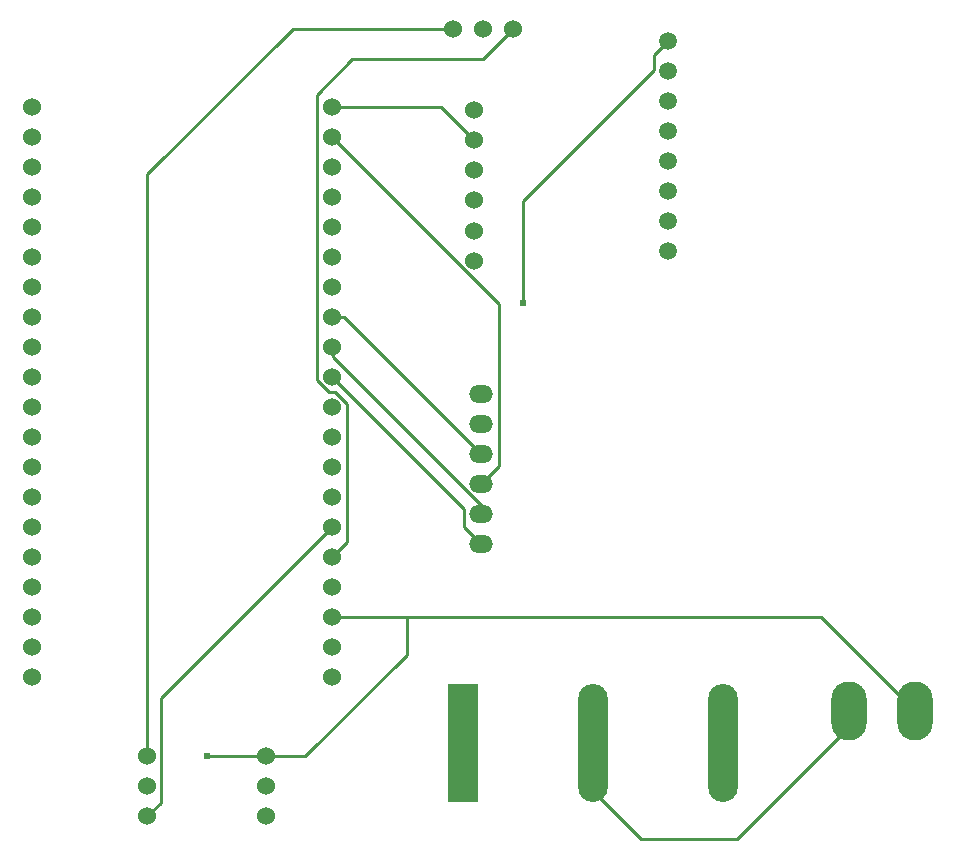
<source format=gtl>
G04 Layer: TopLayer*
G04 EasyEDA Pro v2.2.40.3, 2025-07-25 22:58:42*
G04 Gerber Generator version 0.3*
G04 Scale: 100 percent, Rotated: No, Reflected: No*
G04 Dimensions in millimeters*
G04 Leading zeros omitted, absolute positions, 4 integers and 5 decimals*
G04 Generated by one-click*
%FSLAX45Y45*%
%MOMM*%
%ADD10C,0.254*%
%ADD11C,1.524*%
%ADD12C,1.5*%
%ADD13O,2.0X1.5*%
%ADD14O,3.0X5.0*%
%ADD15R,2.49999X9.99998*%
%ADD16O,2.49999X9.99998*%
%ADD17C,0.6117*%
%ADD18C,0.61*%
G75*


G04 PolygonModel Start*
G54D10*
G01X7315200Y-6388100D02*
G01X6375400Y-7327900D01*
G01X5562600Y-7327900D01*
G01X5156149Y-6921449D01*
G01X5156149Y-6629301D01*
G01X7886700Y-6248400D02*
G01X7086600Y-5448300D01*
G01X2946400Y-5448300D01*
G01X2819400Y-1358900D02*
G01X2819400Y-1025901D01*
G01X3121401Y-723900D01*
G01X3454400Y-723900D01*
G01X4152900Y-1409700D02*
G01X3873500Y-1130300D01*
G01X2946400Y-1130300D01*
G01X3580165Y-5448300D02*
G01X3580165Y-5772957D01*
G01X2723722Y-6629400D01*
G01X1899565Y-6629400D01*
G01X3975100Y-469900D02*
G01X2616200Y-469900D01*
G01X2616200Y-469900D02*
G01X1384300Y-1701800D01*
G01X1384300Y-6629400D01*

G04 Pad Start*
G54D11*
G01X406400Y-1130300D03*
G01X406400Y-1384300D03*
G01X406400Y-1638300D03*
G01X406400Y-1892300D03*
G01X406400Y-2146300D03*
G01X406400Y-2400300D03*
G01X406400Y-2654300D03*
G01X406400Y-2908300D03*
G01X406400Y-3162300D03*
G01X406400Y-3416300D03*
G01X406400Y-3670300D03*
G01X406400Y-3924300D03*
G01X406400Y-4178300D03*
G01X406400Y-4432300D03*
G01X406400Y-4686300D03*
G01X406400Y-4940300D03*
G01X406400Y-5194300D03*
G01X406400Y-5448300D03*
G01X406400Y-5702300D03*
G01X406400Y-5956300D03*
G01X2946400Y-5956300D03*
G01X2946400Y-5702300D03*
G01X2946400Y-5448300D03*
G01X2946400Y-5194300D03*
G01X2946400Y-4940300D03*
G01X2946400Y-4686300D03*
G01X2946400Y-4432300D03*
G01X2946400Y-4178300D03*
G01X2946400Y-3924300D03*
G01X2946400Y-3670300D03*
G01X2946400Y-3416300D03*
G01X2946400Y-3162300D03*
G01X2946400Y-2908300D03*
G01X2946400Y-2654300D03*
G01X2946400Y-2400300D03*
G01X2946400Y-2146300D03*
G01X2946400Y-1892300D03*
G01X2946400Y-1638300D03*
G01X2946400Y-1384300D03*
G01X2946400Y-1130300D03*
G54D12*
G01X5791200Y-571500D03*
G01X5791200Y-825500D03*
G01X5791200Y-1079500D03*
G01X5791200Y-1333500D03*
G01X5791200Y-1587500D03*
G01X5791200Y-1841500D03*
G01X5791200Y-2095500D03*
G01X5791200Y-2349500D03*
G54D11*
G01X2387600Y-6629400D03*
G01X2387600Y-6883400D03*
G01X2387600Y-7137400D03*
G01X1384300Y-6629400D03*
G01X1384300Y-6883400D03*
G01X1384300Y-7137400D03*
G01X3975100Y-469900D03*
G01X4229100Y-469900D03*
G01X4483100Y-469900D03*
G01X4152900Y-1155700D03*
G01X4152900Y-1409700D03*
G01X4152900Y-1663700D03*
G01X4152900Y-1917700D03*
G01X4152900Y-2184400D03*
G01X4152900Y-2438400D03*
G54D13*
G01X4209999Y-4070096D03*
G01X4209999Y-4324096D03*
G01X4209999Y-4578096D03*
G01X4209999Y-4832096D03*
G01X4209999Y-3816096D03*
G01X4209999Y-3562096D03*
G54D14*
G01X7886700Y-6248400D03*
G01X7327900Y-6248400D03*
G54D15*
G01X4056202Y-6515100D03*
G54D16*
G01X5156200Y-6515100D03*
G01X6256198Y-6515100D03*
G04 Pad End*

G04 Via Start*
G54D18*
G01X4565904Y-2787396D03*
G01X1892300Y-6629400D03*
G04 Via End*

G04 Track Start*
G54D10*
G01X5670804Y-818896D02*
G01X5670804Y-691896D01*
G01X5791200Y-571500D01*
G01X2946400Y-3416300D02*
G01X4064000Y-4533900D01*
G01X4064000Y-4686097D01*
G01X4209999Y-4832096D01*
G01X2946400Y-2908300D02*
G01X3048203Y-2908300D01*
G01X4209999Y-4070096D01*
G01X2946400Y-1384300D02*
G01X4362399Y-2800299D01*
G01X4362399Y-4171696D01*
G01X4209999Y-4324096D01*
G01X2946400Y-4686300D02*
G01X1498600Y-6134100D01*
G01X1498600Y-7023100D01*
G01X1384300Y-7137400D01*
G01X3073400Y-4813300D02*
G01X2946400Y-4940300D01*
G01X3073400Y-3644900D02*
G01X3073400Y-4813300D01*
G01X2971800Y-3543300D02*
G01X3073400Y-3644900D01*
G01X2921000Y-3543300D02*
G01X2971800Y-3543300D01*
G01X2819400Y-3441700D02*
G01X2921000Y-3543300D01*
G01X2819400Y-1358900D02*
G01X2819400Y-3441700D01*
G01X4565904Y-2787396D02*
G01X4565904Y-1923796D01*
G01X5670804Y-818896D01*
G01X2959100Y-3175000D02*
G01X2959100Y-3251200D01*
G01X4222699Y-4514799D01*
G01X4222699Y-4565396D01*
G01X2946400Y-3162300D02*
G01X2959100Y-3175000D01*
G01X4222699Y-4565396D02*
G01X4209999Y-4578096D01*
G01X4229100Y-723900D02*
G01X3454400Y-723900D01*
G01X4483100Y-469900D02*
G01X4229100Y-723900D01*
G04 Track End*

M02*


</source>
